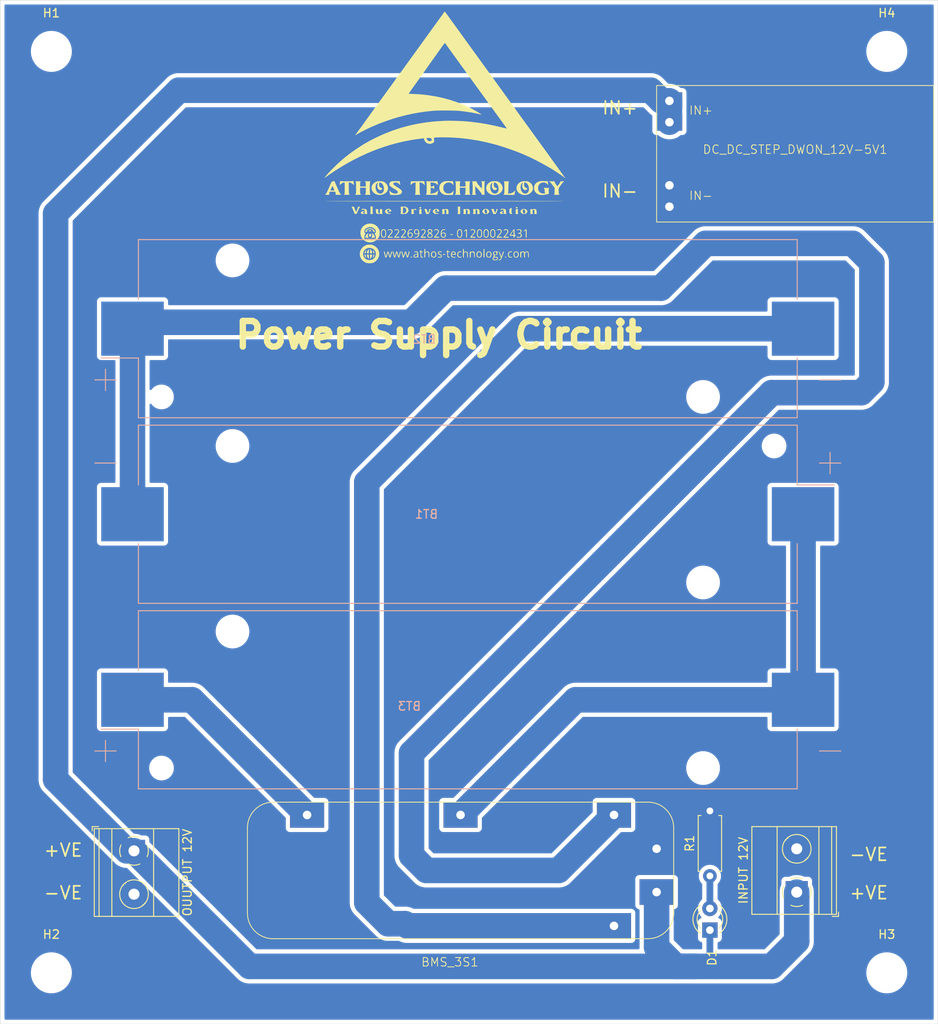
<source format=kicad_pcb>
(kicad_pcb (version 20240108) (generator "pcbnew") (generator_version "8.0")
  (layers (0 "F.Cu" signal) (31 "B.Cu" signal) (34 "B.Paste" user) (35 "F.Paste" user) (36 "B.SilkS" user "B.Silkscreen") (37 "F.SilkS" user "F.Silkscreen") (38 "B.Mask" user) (39 "F.Mask" user) (44 "Edge.Cuts" user))
  (net 0 "")
  (net 1 "Net-(BMS_3S1-B1)")
  (net 2 "Net-(BMS_3S1-B-)")
  (net 3 "Net-(BMS_3S1-B2)")
  (net 4 "Net-(BMS_3S1-B+)")
  (net 5 "+12V")
  (net 6 "GND")
  (net 7 "Net-(D1-K)")
  (footprint "logo:logo30mm" (layer "F.Cu") (at 124.5 48)
    (property "Reference" "G***" (at 0 0 0) (layer "F.SilkS") (effects (font (size 1.5 1.5) (thickness 0.3))))
    (property "Value" "LOGO" (hide yes))
  )
  (footprint "MountingHole:MountingHole_4.3mm_M4_ISO14580" (layer "F.Cu") (at 78.5 146)
    (property "Reference" "H2" (at 0 -4.5 0) (layer "F.SilkS"))
    (property "Value" "MountingHole")
    (pad "" np_thru_hole circle (at 0 0) (size 4.3 4.3) (drill 4.3) (layers "*.Cu" "*.Mask"))
  )
  (footprint "TerminalBlock_Phoenix:TerminalBlock_Phoenix_MKDS-1,5-2-5.08_1x02_P5.08mm_Horizontal" (layer "F.Cu") (at 88.195 131.705 -90)
    (property "Reference" "OUUTPUT 12V" (at 2.54 -6.26 90) (layer "F.SilkS"))
    (property "Value" "OUT")
    (pad "1" thru_hole rect (at 0 0 270) (size 2.6 2.6) (drill 1.3) (layers "*.Cu" "*.Mask") (net 5 "+12V"))
    (pad "2" thru_hole circle (at 5.08 0 270) (size 2.6 2.6) (drill 1.3) (layers "*.Cu" "*.Mask") (net 6 "GND"))
  )
  (footprint "TerminalBlock_Phoenix:TerminalBlock_Phoenix_MKDS-1,5-2-5.08_1x02_P5.08mm_Horizontal" (layer "F.Cu") (at 165.935 136.545 90)
    (property "Reference" "INPUT 12V" (at 2.54 -6.26 90) (layer "F.SilkS"))
    (property "Value" "IN")
    (pad "1" thru_hole rect (at 0 0 90) (size 2.6 2.6) (drill 1.3) (layers "*.Cu" "*.Mask") (net 5 "+12V"))
    (pad "2" thru_hole circle (at 5.08 0 90) (size 2.6 2.6) (drill 1.3) (layers "*.Cu" "*.Mask") (net 6 "GND"))
  )
  (footprint "MY_Library:BMS_3S" (layer "F.Cu") (at 126.5 134)
    (property "Reference" "BMS_3S1" (at -1.25 10.75 0) (layer "F.SilkS") (effects (font (thickness 0.1))))
    (property "Value" "~")
    (pad "1" thru_hole rect (at 18 6.5) (size 4 3) (drill 1) (layers "*.Cu" "*.Mask") (net 2 "Net-(BMS_3S1-B-)"))
    (pad "2" thru_hole rect (at 18 -6.5) (size 4 3) (drill 1) (layers "*.Cu" "*.Mask") (net 1 "Net-(BMS_3S1-B1)"))
    (pad "3" thru_hole rect (at 0 -6.5) (size 4 3) (drill 1) (layers "*.Cu" "*.Mask") (net 3 "Net-(BMS_3S1-B2)"))
    (pad "4" thru_hole rect (at -18 -6.5) (size 4 3) (drill 1) (layers "*.Cu" "*.Mask") (net 4 "Net-(BMS_3S1-B+)"))
    (pad "5" thru_hole rect (at 23 -2.54) (size 4 3) (drill 1) (layers "*.Cu" "*.Mask") (net 6 "GND"))
    (pad "6" thru_hole rect (at 23 2.54) (size 4 3) (drill 1) (layers "*.Cu" "*.Mask") (net 5 "+12V"))
  )
  (footprint "LED_THT:LED_D3.0mm" (layer "F.Cu") (at 155.75 141 90)
    (property "Reference" "D1" (at -3.21 0.25 90) (layer "F.SilkS"))
    (property "Value" "LED")
    (pad "1" thru_hole rect (at 0 0 90) (size 1.8 1.8) (drill 0.9) (layers "*.Cu" "*.Mask") (net 5 "+12V"))
    (pad "2" thru_hole circle (at 2.54 0 90) (size 1.8 1.8) (drill 0.9) (layers "*.Cu" "*.Mask") (net 7 "Net-(D1-K)"))
  )
  (footprint "MountingHole:MountingHole_4.3mm_M4_ISO14580" (layer "F.Cu") (at 78.5 38)
    (property "Reference" "H1" (at 0 -4.5 0) (layer "F.SilkS"))
    (property "Value" "MountingHole")
    (pad "" np_thru_hole circle (at 0 0) (size 4.3 4.3) (drill 4.3) (layers "*.Cu" "*.Mask"))
  )
  (footprint "Resistor_THT:R_Axial_DIN0207_L6.3mm_D2.5mm_P7.62mm_Horizontal" (layer "F.Cu") (at 155.75 134.645 90)
    (property "Reference" "R1" (at 3.81 -2.37 90) (layer "F.SilkS"))
    (property "Value" "R")
    (pad "1" thru_hole circle (at 0 0 90) (size 1.6 1.6) (drill 0.8) (layers "*.Cu" "*.Mask") (net 7 "Net-(D1-K)"))
    (pad "2" thru_hole oval (at 7.62 0 90) (size 1.6 1.6) (drill 0.8) (layers "*.Cu" "*.Mask") (net 6 "GND"))
  )
  (footprint "MountingHole:MountingHole_4.3mm_M4_ISO14580" (layer "F.Cu") (at 176.5 146)
    (property "Reference" "H3" (at 0 -4.5 0) (layer "F.SilkS"))
    (property "Value" "MountingHole")
    (pad "" np_thru_hole circle (at 0 0) (size 4.3 4.3) (drill 4.3) (layers "*.Cu" "*.Mask"))
  )
  (footprint "MY_Library:DC_DC_STEP_DOWN_12V-5V" (layer "F.Cu") (at 165.75 50)
    (property "Reference" "DC_DC_STEP_DWON_12V-5V1" (at 0 -0.5 0) (layer "F.SilkS") (effects (font (thickness 0.1))))
    (property "Value" "~")
    (fp_text user "IN+" (at -12.5 -4.5 0) (layer "F.SilkS") (effects (font (thickness 0.1)) (justify left bottom)))
    (fp_text user "IN-" (at -12.5 5.5 0) (layer "F.SilkS") (effects (font (thickness 0.1)) (justify left bottom)))
    (pad "1" thru_hole rect (at -14.75 -6.2) (size 3 2) (drill 1) (layers "*.Cu" "*.Mask") (net 5 "+12V"))
    (pad "1" thru_hole rect (at -14.75 -3.7) (size 3 2) (drill 1) (layers "*.Cu" "*.Mask") (net 5 "+12V"))
    (pad "2" thru_hole rect (at -14.75 3.7) (size 3 2) (drill 1) (layers "*.Cu" "*.Mask") (net 6 "GND"))
    (pad "2" thru_hole rect (at -14.75 6.2) (size 3 2) (drill 1) (layers "*.Cu" "*.Mask") (net 6 "GND"))
  )
  (footprint "MountingHole:MountingHole_4.3mm_M4_ISO14580" (layer "F.Cu") (at 176.5 38)
    (property "Reference" "H4" (at 0 -4.5 0) (layer "F.SilkS"))
    (property "Value" "MountingHole")
    (pad "" np_thru_hole circle (at 0 0) (size 4.3 4.3) (drill 4.3) (layers "*.Cu" "*.Mask"))
  )
  (footprint "Battery:BatteryHolder_Keystone_1042_1x18650" (layer "B.Cu") (at 127.35 114)
    (property "Reference" "BT3" (at -6.85 0.75 0) (layer "B.SilkS") (effects (justify mirror)))
    (property "Value" "Battery_Cell")
    (pad "" np_thru_hole circle (at -35.93 8) (size 2.39 2.39) (drill 2.39) (layers "*.Cu" "*.Mask"))
    (pad "" np_thru_hole circle (at -27.6 -8) (size 3.45 3.45) (drill 3.45) (layers "*.Cu" "*.Mask"))
    (pad "" np_thru_hole circle (at 27.6 8) (size 3.45 3.45) (drill 3.45) (layers "*.Cu" "*.Mask"))
    (pad "1" smd rect (at -39.33 0) (size 7.34 6.35) (layers "B.Cu" "B.Paste" "B.Mask") (net 4 "Net-(BMS_3S1-B+)"))
    (pad "2" smd rect (at 39.33 0) (size 7.34 6.35) (layers "B.Cu" "B.Paste" "B.Mask") (net 3 "Net-(BMS_3S1-B2)"))
  )
  (footprint "Battery:BatteryHolder_Keystone_1042_1x18650" (layer "B.Cu") (at 127.35 92.25 180)
    (property "Reference" "BT2" (at 5.1 20.5 0) (layer "B.SilkS") (effects (justify mirror)))
    (property "Value" "Battery_Cell")
    (pad "" np_thru_hole circle (at -35.93 8 180) (size 2.39 2.39) (drill 2.39) (layers "*.Cu" "*.Mask"))
    (pad "" np_thru_hole circle (at -27.6 -8 180) (size 3.45 3.45) (drill 3.45) (layers "*.Cu" "*.Mask"))
    (pad "" np_thru_hole circle (at 27.6 8 180) (size 3.45 3.45) (drill 3.45) (layers "*.Cu" "*.Mask"))
    (pad "1" smd rect (at -39.33 0 180) (size 7.34 6.35) (layers "B.Cu" "B.Paste" "B.Mask") (net 3 "Net-(BMS_3S1-B2)"))
    (pad "2" smd rect (at 39.33 0 180) (size 7.34 6.35) (layers "B.Cu" "B.Paste" "B.Mask") (net 1 "Net-(BMS_3S1-B1)"))
  )
  (footprint "Battery:BatteryHolder_Keystone_1042_1x18650" (layer "B.Cu") (at 127.35 70.5)
    (property "Reference" "BT1" (at -4.85 21.75 0) (layer "B.SilkS") (effects (justify mirror)))
    (property "Value" "Battery_Cell")
    (pad "" np_thru_hole circle (at -35.93 8) (size 2.39 2.39) (drill 2.39) (layers "*.Cu" "*.Mask"))
    (pad "" np_thru_hole circle (at -27.6 -8) (size 3.45 3.45) (drill 3.45) (layers "*.Cu" "*.Mask"))
    (pad "" np_thru_hole circle (at 27.6 8) (size 3.45 3.45) (drill 3.45) (layers "*.Cu" "*.Mask"))
    (pad "1" smd rect (at -39.33 0) (size 7.34 6.35) (layers "B.Cu" "B.Paste" "B.Mask") (net 1 "Net-(BMS_3S1-B1)"))
    (pad "2" smd rect (at 39.33 0) (size 7.34 6.35) (layers "B.Cu" "B.Paste" "B.Mask") (net 2 "Net-(BMS_3S1-B-)"))
  )
  (gr_rect (start 72.5 32) (end 182.5 152) (stroke (width 0.05)) (fill none) (layer "Edge.Cuts"))
  (gr_text "-VE" (at 172 133 0) (layer "F.SilkS") (effects (font (size 1.5 1.5) (thickness 0.2) (bold yes)) (justify left bottom)))
  (gr_text "Power Supply Circuit" (at 99.75 73 0) (layer "F.SilkS") (effects (font (size 3 3) (thickness 0.75) (bold yes)) (justify left bottom)))
  (gr_text "IN-" (at 143 55.25 0) (layer "F.SilkS") (effects (font (size 1.5 1.5) (thickness 0.2) (bold yes)) (justify left bottom)))
  (gr_text "IN+" (at 143 45.5 0) (layer "F.SilkS") (effects (font (size 1.5 1.5) (thickness 0.2) (bold yes)) (justify left bottom)))
  (gr_text "+VE" (at 77.5 132.5 0) (layer "F.SilkS") (effects (font (size 1.5 1.5) (thickness 0.2) (bold yes)) (justify left bottom)))
  (gr_text "-VE" (at 77.5 137.5 0) (layer "F.SilkS") (effects (font (size 1.5 1.5) (thickness 0.2) (bold yes)) (justify left bottom)))
  (gr_text "+VE" (at 172 137.5 0) (layer "F.SilkS") (effects (font (size 1.5 1.5) (thickness 0.2) (bold yes)) (justify left bottom)))
  (segment (start 138 134) (end 144.5 127.5) (width 3) (layer "B.Cu") (net 1))
  (segment (start 163 78) (end 120.75 120.25) (width 3) (layer "B.Cu") (net 1))
  (segment (start 88.02 92.25) (end 88.02 70.5) (width 3) (layer "B.Cu") (net 1))
  (segment (start 174.75 76.75) (end 173.5 78) (width 3) (layer "B.Cu") (net 1))
  (segment (start 172.5 60.5) (end 174.75 62.75) (width 3) (layer "B.Cu") (net 1))
  (segment (start 174.75 62.75) (end 174.75 76.75) (width 3) (layer "B.Cu") (net 1))
  (segment (start 120.75 69.75) (end 124.75 65.75) (width 3) (layer "B.Cu") (net 1))
  (segment (start 122.5 134) (end 138 134) (width 3) (layer "B.Cu") (net 1))
  (segment (start 120.75 120.25) (end 120.75 132.25) (width 3) (layer "B.Cu") (net 1))
  (segment (start 88.02 70.5) (end 88.77 69.75) (width 3) (layer "B.Cu") (net 1))
  (segment (start 120.75 132.25) (end 122.5 134) (width 3) (layer "B.Cu") (net 1))
  (segment (start 124.75 65.75) (end 150 65.75) (width 3) (layer "B.Cu") (net 1))
  (segment (start 150 65.75) (end 155.25 60.5) (width 3) (layer "B.Cu") (net 1))
  (segment (start 155.25 60.5) (end 172.5 60.5) (width 3) (layer "B.Cu") (net 1))
  (segment (start 173.5 78) (end 163 78) (width 3) (layer "B.Cu") (net 1))
  (segment (start 88.77 69.75) (end 120.75 69.75) (width 3) (layer "B.Cu") (net 1))
  (segment (start 118 140.25) (end 120 140.25) (width 3) (layer "B.Cu") (net 2))
  (segment (start 120 140.25) (end 120.25 140.5) (width 3) (layer "B.Cu") (net 2))
  (segment (start 115.5 137.75) (end 118 140.25) (width 3) (layer "B.Cu") (net 2))
  (segment (start 166.68 70.5) (end 133.5 70.5) (width 3) (layer "B.Cu") (net 2))
  (segment (start 120.25 140.5) (end 144.5 140.5) (width 3) (layer "B.Cu") (net 2))
  (segment (start 115.5 88.5) (end 115.5 137.75) (width 3) (layer "B.Cu") (net 2))
  (segment (start 133.5 70.5) (end 115.5 88.5) (width 3) (layer "B.Cu") (net 2))
  (segment (start 126.5 127.5) (end 140 114) (width 3) (layer "B.Cu") (net 3))
  (segment (start 166.68 92.25) (end 166.68 114) (width 3) (layer "B.Cu") (net 3))
  (segment (start 140 114) (end 166.68 114) (width 3) (layer "B.Cu") (net 3))
  (segment (start 88.02 114) (end 95 114) (width 3) (layer "B.Cu") (net 4))
  (segment (start 95 114) (end 108.5 127.5) (width 3) (layer "B.Cu") (net 4))
  (segment (start 151.75 145.25) (end 154 145.25) (width 3) (layer "B.Cu") (net 5))
  (segment (start 165.935 142.315) (end 165.935 136.545) (width 3) (layer "B.Cu") (net 5))
  (segment (start 101.74 145.25) (end 154 145.25) (width 3) (layer "B.Cu") (net 5))
  (segment (start 151 46.3) (end 151 43.8) (width 3) (layer "B.Cu") (net 5))
  (segment (start 163 145.25) (end 165.935 142.315) (width 3) (layer "B.Cu") (net 5))
  (segment (start 156.5 145.25) (end 163 145.25) (width 3) (layer "B.Cu") (net 5))
  (segment (start 148.8 42.55) (end 150.05 43.8) (width 3) (layer "B.Cu") (net 5))
  (segment (start 149.5 136.54) (end 149.5 143) (width 3) (layer "B.Cu") (net 5))
  (segment (start 79 57) (end 79 123.347359) (width 3) (layer "B.Cu") (net 5))
  (segment (start 149.5 143) (end 151.75 145.25) (width 3) (layer "B.Cu") (net 5))
  (segment (start 93.45 42.55) (end 148.8 42.55) (width 3) (layer "B.Cu") (net 5))
  (segment (start 150.05 43.8) (end 151 43.8) (width 3) (layer "B.Cu") (net 5))
  (segment (start 155.75 144.5) (end 156.5 145.25) (width 0.8) (layer "B.Cu") (net 5))
  (segment (start 154 145.25) (end 156.5 145.25) (width 3) (layer "B.Cu") (net 5))
  (segment (start 79 123.347359) (end 87.357641 131.705) (width 3) (layer "B.Cu") (net 5))
  (segment (start 79 57) (end 93.45 42.55) (width 3) (layer "B.Cu") (net 5))
  (segment (start 155.75 141) (end 155.75 144.5) (width 0.8) (layer "B.Cu") (net 5))
  (segment (start 87.357641 131.705) (end 88.195 131.705) (width 3) (layer "B.Cu") (net 5))
  (segment (start 88.195 131.705) (end 101.74 145.25) (width 3) (layer "B.Cu") (net 5))
  (segment (start 155.75 138.46) (end 155.75 134.645) (width 0.8) (layer "B.Cu") (net 7))
  (zone (net 6) (net_name "GND") (layer "B.Cu") (connect_pads yes (clearance 0.5)) (min_thickness 0.25) (fill yes (thermal_gap 0.5) (thermal_bridge_width 0.5))
    (polygon (pts (xy 182.5 32) (xy 182.5 152) (xy 72.5 152) (xy 72.5 32)))
  )
)
</source>
